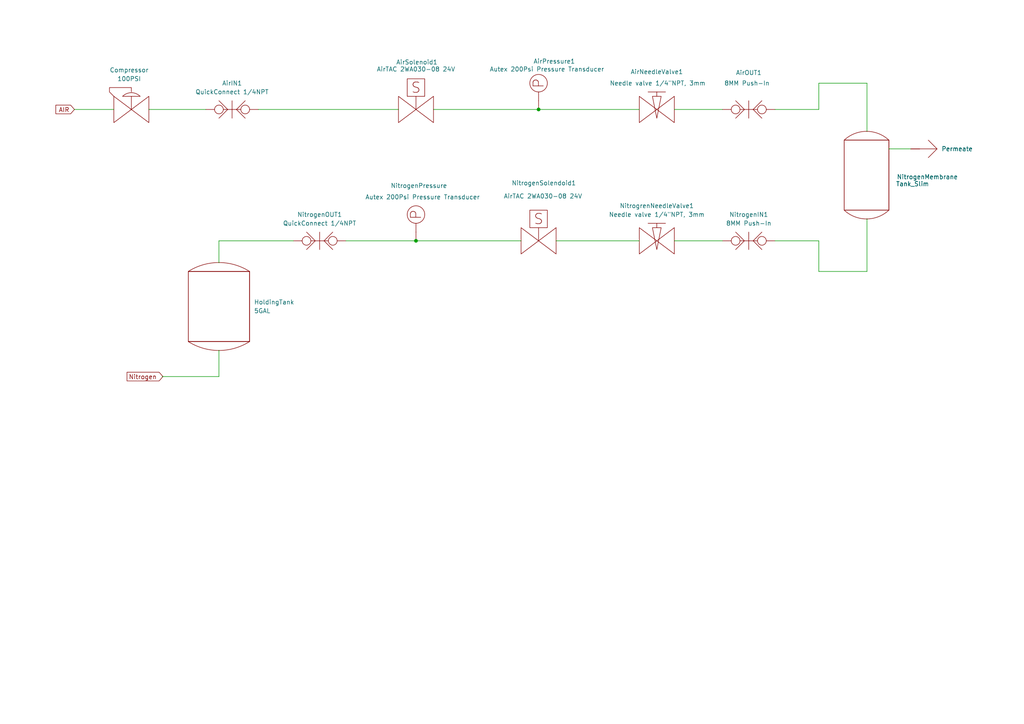
<source format=kicad_sch>
(kicad_sch (version 20250114) (generator "eeschema") (generator_version "9.0")
  (paper "A4")
  (lib_symbols
    (symbol "QuickConnect_1" (pin_numbers (hide yes)) (pin_names (offset 1.016))
      (property "Reference" "QuickConnect" (at 0 -5.08 0))
      (property "Value" "QuickConnect" (at 0 -7.62 0))
      (symbol "QuickConnect_1_0_0"
        (circle (center -3.81 0) (radius 1.27))
        (polyline (pts (xy -1.27 0) (xy -3.81 -2.54)))
        (polyline (pts (xy -1.27 0) (xy -2.54 0)))
        (polyline (pts (xy 0 2.54) (xy 0 -2.54)))
        (polyline (pts (xy 0 0) (xy -1.27 0) (xy -3.81 2.54)))
        (polyline (pts (xy 0 0) (xy 1.27 0) (xy 3.81 2.54)))
        (polyline (pts (xy 1.27 0) (xy 3.81 -2.54)))
        (polyline (pts (xy 2.54 0) (xy 1.27 0)))
        (circle (center 3.81 0) (radius 1.27))
      )
      (symbol "QuickConnect_1_1_1"
        (pin bidirectional line (at -7.62 0 0) (length 2.54) (name "~") (number "~"))
        (pin bidirectional line (at 7.62 0 180) (length 2.54) (name "~") (number "~"))
      )
    )
    (symbol "QuickConnect_2" (pin_numbers (hide yes)) (pin_names (offset 1.016))
      (property "Reference" "QuickConnect" (at 0 -5.08 0))
      (property "Value" "QuickConnect" (at 0 -7.62 0))
      (symbol "QuickConnect_2_0_0"
        (circle (center -3.81 0) (radius 1.27))
        (polyline (pts (xy -1.27 0) (xy -3.81 -2.54)))
        (polyline (pts (xy -1.27 0) (xy -2.54 0)))
        (polyline (pts (xy 0 2.54) (xy 0 -2.54)))
        (polyline (pts (xy 0 0) (xy -1.27 0) (xy -3.81 2.54)))
        (polyline (pts (xy 0 0) (xy 1.27 0) (xy 3.81 2.54)))
        (polyline (pts (xy 1.27 0) (xy 3.81 -2.54)))
        (polyline (pts (xy 2.54 0) (xy 1.27 0)))
        (circle (center 3.81 0) (radius 1.27))
      )
      (symbol "QuickConnect_2_1_1"
        (pin bidirectional line (at -7.62 0 0) (length 2.54) (name "~") (number "~"))
        (pin bidirectional line (at 7.62 0 180) (length 2.54) (name "~") (number "~"))
      )
    )
    (symbol "QuickConnect_3" (pin_numbers (hide yes)) (pin_names (offset 1.016))
      (property "Reference" "QuickConnect" (at 0 -5.08 0))
      (property "Value" "QuickConnect" (at 0 -7.62 0))
      (symbol "QuickConnect_3_0_0"
        (circle (center -3.81 0) (radius 1.27))
        (polyline (pts (xy -1.27 0) (xy -3.81 -2.54)))
        (polyline (pts (xy -1.27 0) (xy -2.54 0)))
        (polyline (pts (xy 0 2.54) (xy 0 -2.54)))
        (polyline (pts (xy 0 0) (xy -1.27 0) (xy -3.81 2.54)))
        (polyline (pts (xy 0 0) (xy 1.27 0) (xy 3.81 2.54)))
        (polyline (pts (xy 1.27 0) (xy 3.81 -2.54)))
        (polyline (pts (xy 2.54 0) (xy 1.27 0)))
        (circle (center 3.81 0) (radius 1.27))
      )
      (symbol "QuickConnect_3_1_1"
        (pin bidirectional line (at -7.62 0 0) (length 2.54) (name "~") (number "~"))
        (pin bidirectional line (at 7.62 0 180) (length 2.54) (name "~") (number "~"))
      )
    )
    (symbol "Valve_Needle_1" (pin_numbers (hide yes)) (pin_names (offset 1.016))
      (property "Reference" "Valve_Needle" (at 0 -5.08 0))
      (symbol "Valve_Needle_1_0_0"
        (polyline (pts (xy -2.54 5.08) (xy 2.54 5.08)))
        (polyline (pts (xy 0 3.81) (xy 0 5.08)))
        (polyline (pts (xy 0 -2.54) (xy -1.27 3.81) (xy 1.27 3.81) (xy 0 -2.54)))
      )
      (symbol "Valve_Needle_1_1_1"
        (polyline (pts (xy 0 0) (xy -5.08 3.81) (xy -5.08 -3.81) (xy 0 0)))
        (polyline (pts (xy 5.08 3.81) (xy 0 0) (xy 5.08 -3.81) (xy 5.08 3.81)))
        (pin bidirectional line (at -5.08 0 0) (length 0) (name "~") (number "~"))
        (pin bidirectional line (at 5.08 0 180) (length 0) (name "~") (number "~"))
      )
    )
    (symbol "Valve_Solenoid_1" (pin_numbers (hide yes)) (pin_names (offset 1.016))
      (property "Reference" "Valve_Solenoid" (at 0.254 -4.318 0))
      (property "Value" "Valve_Solenoid" (at 0.254 -5.588 0))
      (symbol "Valve_Solenoid_1_0_0"
        (rectangle (start -2.54 3.81) (end 2.54 8.89))
        (text "S" (at 0 6.35 0) (effects (font (size 2.9972 2.9972))))
      )
      (symbol "Valve_Solenoid_1_0_1"
        (polyline (pts (xy 0 3.81) (xy 0 0)))
      )
      (symbol "Valve_Solenoid_1_1_1"
        (polyline (pts (xy 0 0) (xy -5.08 3.81) (xy -5.08 -3.81) (xy 0 0)))
        (polyline (pts (xy 5.08 3.81) (xy 0 0) (xy 5.08 -3.81) (xy 5.08 3.81)))
        (pin bidirectional line (at -5.08 0 0) (length 0) (name "~") (number "~"))
        (pin bidirectional line (at 5.08 0 180) (length 0) (name "~") (number "~"))
      )
    )
    (symbol "pnid-lib:PressureRegulator" (pin_numbers (hide yes)) (pin_names (offset 1.016))
      (property "Reference" "PressureRegulator" (at 0 -5.08 0))
      (property "Value" "PressureRegulator" (at 0 -6.35 0))
      (symbol "PressureRegulator_0_0"
        (polyline (pts (xy -5.08 3.81) (xy -6.35 5.08) (xy -6.35 6.35) (xy 0 6.35) (xy 0 5.08)))
        (polyline (pts (xy -2.54 3.81) (xy 2.54 3.81)))
        (arc (start -2.54 3.81) (mid 0 4.8621) (end 2.54 3.81))
        (polyline (pts (xy 0 0) (xy 0 3.81)))
      )
      (symbol "PressureRegulator_1_1"
        (polyline (pts (xy 0 0) (xy -5.08 3.81) (xy -5.08 -3.81) (xy 0 0)))
        (polyline (pts (xy 5.08 3.81) (xy 0 0) (xy 5.08 -3.81) (xy 5.08 3.81)))
        (pin bidirectional line (at -5.08 0 0) (length 0) (name "~") (number "~"))
        (pin bidirectional line (at 5.08 0 180) (length 0) (name "~") (number "~"))
      )
    )
    (symbol "pnid-lib:QuickConnect" (pin_numbers (hide yes)) (pin_names (offset 1.016))
      (property "Reference" "QuickConnect" (at 0 -5.08 0))
      (property "Value" "QuickConnect" (at 0 -7.62 0))
      (symbol "QuickConnect_0_0"
        (circle (center -3.81 0) (radius 1.27))
        (polyline (pts (xy -1.27 0) (xy -3.81 -2.54)))
        (polyline (pts (xy -1.27 0) (xy -2.54 0)))
        (polyline (pts (xy 0 2.54) (xy 0 -2.54)))
        (polyline (pts (xy 0 0) (xy -1.27 0) (xy -3.81 2.54)))
        (polyline (pts (xy 0 0) (xy 1.27 0) (xy 3.81 2.54)))
        (polyline (pts (xy 1.27 0) (xy 3.81 -2.54)))
        (polyline (pts (xy 2.54 0) (xy 1.27 0)))
        (circle (center 3.81 0) (radius 1.27))
      )
      (symbol "QuickConnect_1_1"
        (pin bidirectional line (at -7.62 0 0) (length 2.54) (name "~") (number "~"))
        (pin bidirectional line (at 7.62 0 180) (length 2.54) (name "~") (number "~"))
      )
    )
    (symbol "pnid-lib:Sensor_Pressure" (pin_numbers (hide yes)) (pin_names (offset 1.016))
      (property "Reference" "Sensor_Pressure" (at 6.35 0.762 0))
      (property "Value" "Sensor_Pressure" (at 6.35 -0.762 0))
      (property "Data_Content" " " (at 0 0 0))
      (symbol "Sensor_Pressure_0_0"
        (polyline (pts (xy -5.08 0) (xy -2.54 0)))
        (circle (center 0 0) (radius 2.54))
        (text "P" (at 0 0 0) (effects (font (size 2.9972 2.9972))))
      )
      (symbol "Sensor_Pressure_1_1"
        (pin bidirectional line (at -7.62 0 0) (length 2.54) (name "~") (number "~"))
      )
    )
    (symbol "pnid-lib:Tank" (pin_numbers (hide yes)) (pin_names (offset 1.016))
      (property "Reference" "Tank" (at 0 1.27 0))
      (property "Value" "Tank" (at 0 -1.27 0))
      (symbol "Tank_0_0"
        (polyline (pts (xy 8.89 10.16) (xy 8.89 -10.16)))
      )
      (symbol "Tank_0_1"
        (rectangle (start -8.89 10.16) (end 8.89 -10.16))
        (polyline (pts (xy -8.89 10.16) (xy -8.89 -10.16)))
        (polyline (pts (xy -8.89 10.16) (xy 8.89 10.16)))
        (polyline (pts (xy -8.89 -10.16) (xy 8.89 -10.16)))
        (arc (start 8.89 -10.16) (mid 0 -12.7488) (end -8.89 -10.16))
        (arc (start -8.89 10.16) (mid 0 12.7488) (end 8.89 10.16))
      )
      (symbol "Tank_1_1"
        (pin bidirectional line (at 0 12.7 270) (length 0) (name "~") (number "~"))
        (pin bidirectional line (at 0 -12.7 90) (length 0) (name "~") (number "~"))
      )
    )
    (symbol "pnid-lib:Tank_Slim" (pin_numbers (hide yes)) (pin_names (offset 1.016))
      (property "Reference" "Tank_Slim" (at 0 1.27 0))
      (property "Value" "Tank_Slim" (at 0 -1.27 0))
      (symbol "Tank_Slim_0_0"
        (polyline (pts (xy 6.35 10.16) (xy 6.35 -10.16)))
      )
      (symbol "Tank_Slim_0_1"
        (polyline (pts (xy -6.604 10.16) (xy -6.604 -10.16)))
        (rectangle (start -6.604 -10.16) (end 6.35 10.16))
        (polyline (pts (xy -6.35 10.16) (xy 6.35 10.16)))
        (polyline (pts (xy -6.35 -10.16) (xy 6.35 -10.16)))
        (arc (start -6.604 10.16) (mid -0.127 12.7008) (end 6.35 10.16))
      )
      (symbol "Tank_Slim_1_1"
        (arc (start 6.35 -10.16) (mid -0.127 -12.7008) (end -6.604 -10.16))
        (pin bidirectional line (at 0 12.7 270) (length 0) (name "~") (number "~"))
        (pin bidirectional line (at 0 -12.7 90) (length 0) (name "~") (number "~"))
      )
    )
    (symbol "pnid-lib:Valve_Needle" (pin_numbers (hide yes)) (pin_names (offset 1.016))
      (property "Reference" "Valve_Needle" (at 0 -5.08 0))
      (symbol "Valve_Needle_0_0"
        (polyline (pts (xy -2.54 5.08) (xy 2.54 5.08)))
        (polyline (pts (xy 0 3.81) (xy 0 5.08)))
        (polyline (pts (xy 0 -2.54) (xy -1.27 3.81) (xy 1.27 3.81) (xy 0 -2.54)))
      )
      (symbol "Valve_Needle_1_1"
        (polyline (pts (xy 0 0) (xy -5.08 3.81) (xy -5.08 -3.81) (xy 0 0)))
        (polyline (pts (xy 5.08 3.81) (xy 0 0) (xy 5.08 -3.81) (xy 5.08 3.81)))
        (pin bidirectional line (at -5.08 0 0) (length 0) (name "~") (number "~"))
        (pin bidirectional line (at 5.08 0 180) (length 0) (name "~") (number "~"))
      )
    )
    (symbol "pnid-lib:Valve_Solenoid" (pin_numbers (hide yes)) (pin_names (offset 1.016))
      (property "Reference" "Valve_Solenoid" (at 0.254 -4.318 0))
      (property "Value" "Valve_Solenoid" (at 0.254 -5.588 0))
      (symbol "Valve_Solenoid_0_0"
        (rectangle (start -2.54 3.81) (end 2.54 8.89))
        (text "S" (at 0 6.35 0) (effects (font (size 2.9972 2.9972))))
      )
      (symbol "Valve_Solenoid_0_1"
        (polyline (pts (xy 0 3.81) (xy 0 0)))
      )
      (symbol "Valve_Solenoid_1_1"
        (polyline (pts (xy 0 0) (xy -5.08 3.81) (xy -5.08 -3.81) (xy 0 0)))
        (polyline (pts (xy 5.08 3.81) (xy 0 0) (xy 5.08 -3.81) (xy 5.08 3.81)))
        (pin bidirectional line (at -5.08 0 0) (length 0) (name "~") (number "~"))
        (pin bidirectional line (at 5.08 0 180) (length 0) (name "~") (number "~"))
      )
    )
    (symbol "pnid-lib:Vent" (pin_numbers (hide yes)) (pin_names (offset 1.016))
      (property "Reference" "Vent" (at 2.54 1.27 0))
      (symbol "Vent_0_0"
        (polyline (pts (xy -2.54 2.54) (xy 0 0) (xy -2.54 -2.54)))
        (polyline (pts (xy 0 0) (xy -5.08 0)))
      )
      (symbol "Vent_1_1"
        (pin bidirectional line (at -7.62 0 0) (length 2.54) (name "~") (number "~"))
      )
    )
  )
  (junction (at 120.65 69.85))
  (junction (at 156.21 31.75))
  (wire (pts (xy 195.58 69.85) (xy 209.55 69.85)))
  (wire (pts (xy 100.33 69.85) (xy 120.65 69.85)))
  (wire (pts (xy 161.29 69.85) (xy 185.42 69.85)))
  (wire (pts (xy 63.5 69.85) (xy 85.09 69.85)))
  (wire (pts (xy 156.21 31.75) (xy 185.42 31.75)))
  (wire (pts (xy 46.99 109.22) (xy 63.5 109.22)))
  (wire (pts (xy 21.59 31.75) (xy 33.02 31.75)))
  (wire (pts (xy 63.5 101.6) (xy 63.5 109.22)))
  (wire (pts (xy 237.49 24.13) (xy 251.46 24.13)))
  (wire (pts (xy 224.79 69.85) (xy 237.49 69.85)))
  (wire (pts (xy 237.49 69.85) (xy 237.49 78.74)))
  (wire (pts (xy 43.18 31.75) (xy 59.69 31.75)))
  (wire (pts (xy 74.93 31.75) (xy 115.57 31.75)))
  (wire (pts (xy 224.79 31.75) (xy 237.49 31.75)))
  (wire (pts (xy 251.46 24.13) (xy 251.46 38.1)))
  (wire (pts (xy 195.58 31.75) (xy 209.55 31.75)))
  (wire (pts (xy 237.49 31.75) (xy 237.49 24.13)))
  (wire (pts (xy 63.5 69.85) (xy 63.5 76.2)))
  (wire (pts (xy 125.73 31.75) (xy 156.21 31.75)))
  (wire (pts (xy 251.46 63.5) (xy 251.46 78.74)))
  (wire (pts (xy 257.81 43.18) (xy 264.16 43.18)))
  (wire (pts (xy 237.49 78.74) (xy 251.46 78.74)))
  (wire (pts (xy 120.65 69.85) (xy 151.13 69.85)))
  (global_label "AIR" (shape input) (at 21.59 31.75 180) (property "Intersheetrefs" "${INTERSHEET_REFS}" (effects (hide yes))))
  (global_label "Nitrogen" (shape output) (at 36.83 109.22 0) (property "Intersheetrefs" "${INTERSHEET_REFS}" (effects (hide yes))))
  (symbol (lib_id "pnid-lib:Tank_Slim") (at 251.46 50.8 0) (unit 1)
    (property "Reference" "NitrogenMembrane" (at 260.096 51.308 0) (effects (justify left)))
    (property "Value" "Tank_Slim" (at 259.842 53.34 0) (effects (justify left)))
    (property "Unit" "%" (effects (hide yes)))
    (property "Action_Reference" " " (effects (hide yes)))
    (property "Data_Content" " " (effects (hide yes)))
  )
  (symbol (lib_id "pnid-lib:Tank") (at 63.5 88.9 0) (unit 1)
    (property "Reference" "HoldingTank" (at 73.66 87.6299 0) (effects (justify left)))
    (property "Value" "5GAL" (at 73.66 90.1699 0) (effects (justify left)))
    (property "Unit" "%" (effects (hide yes)))
    (property "Action_Reference" " " (effects (hide yes)))
    (property "Data_Content" " " (effects (hide yes)))
  )
  (symbol (lib_id "pnid-lib:Sensor_Pressure") (at 156.21 24.13 90) (unit 1)
    (property "Reference" "AirPressure1" (at 154.686 17.78 90) (effects (justify right)))
    (property "Value" "Autex 200Psi Pressure Transducer" (at 141.986 20.066 90) (effects (justify right)))
    (property "Unit" "bar" (effects (hide yes)))
    (property "Action_Reference" " " (effects (hide yes)))
    (property "Data_Content" " " (at 160.02 26.6699 90) (effects (justify right)))
  )
  (symbol (lib_id "pnid-lib:Vent") (at 271.78 43.18 0) (unit 1)
    (property "Reference" "Permeate" (at 273.05 43.1799 0) (effects (justify left)))
    (property "Value" "8MM Push-In" (effects (hide yes)))
  )
  (symbol (lib_name "Valve_Needle_1") (lib_id "pnid-lib:Valve_Needle") (at 190.5 69.85 0) (unit 1)
    (property "Reference" "NitrogrenNeedleValve1" (at 190.5 59.69 0))
    (property "Value" "Needle valve 1/4\"NPT, 3mm" (at 190.5 62.23 0))
    (property "Action_Reference" " " (effects (hide yes)))
  )
  (symbol (lib_id "pnid-lib:Valve_Needle") (at 190.5 31.75 0) (unit 1)
    (property "Reference" "AirNeedleValve1" (at 190.5 20.828 0))
    (property "Value" "Needle valve 1/4\"NPT, 3mm" (at 190.754 24.13 0))
    (property "Action_Reference" " " (effects (hide yes)))
  )
  (symbol (lib_name "Valve_Solenoid_1") (lib_id "pnid-lib:Valve_Solenoid") (at 156.21 69.85 0) (unit 1)
    (property "Reference" "NitrogenSolendoid1" (at 157.734 53.086 0))
    (property "Value" "AirTAC 2WA030-08 24V" (at 157.48 56.896 0))
    (property "Unit" "%" (effects (hide yes)))
    (property "Action_Reference" " " (effects (hide yes)))
  )
  (symbol (lib_id "pnid-lib:Sensor_Pressure") (at 120.65 62.23 90) (unit 1)
    (property "Reference" "NitrogenPressure" (at 113.284 53.848 90) (effects (justify right)))
    (property "Value" "Autex 200Psi Pressure Transducer" (at 105.918 57.15 90) (effects (justify right)))
    (property "Unit" "bar" (effects (hide yes)))
    (property "Action_Reference" " " (effects (hide yes)))
    (property "Data_Content" " " (at 124.46 66.0399 90) (effects (justify right)))
  )
  (symbol (lib_name "QuickConnect_1") (lib_id "pnid-lib:QuickConnect") (at 92.71 69.85 0) (unit 1)
    (property "Reference" "NitrogenOUT1" (at 92.71 62.23 0))
    (property "Value" "QuickConnect 1/4NPT" (at 92.71 64.77 0))
  )
  (symbol (lib_id "pnid-lib:Valve_Solenoid") (at 120.65 31.75 0) (unit 1)
    (property "Reference" "AirSolenoid1" (at 120.904 18.034 0))
    (property "Value" "AirTAC 2WA030-08 24V" (at 120.65 20.066 0))
    (property "Unit" "%" (effects (hide yes)))
    (property "Action_Reference" " " (effects (hide yes)))
  )
  (symbol (lib_id "pnid-lib:PressureRegulator") (at 38.1 31.75 0) (unit 1)
    (property "Reference" "Compressor" (at 37.465 20.32 0))
    (property "Value" "100PSI" (at 37.465 22.86 0))
  )
  (symbol (lib_name "QuickConnect_3") (lib_id "pnid-lib:QuickConnect") (at 217.17 69.85 0) (unit 1)
    (property "Reference" "NitrogenIN1" (at 217.17 62.23 0))
    (property "Value" "8MM Push-In" (at 217.17 64.77 0))
  )
  (symbol (lib_id "pnid-lib:QuickConnect") (at 67.31 31.75 0) (unit 1)
    (property "Reference" "AirIN1" (at 67.31 24.13 0))
    (property "Value" "QuickConnect 1/4NPT" (at 67.31 26.67 0))
  )
  (symbol (lib_name "QuickConnect_2") (lib_id "pnid-lib:QuickConnect") (at 217.17 31.75 0) (unit 1)
    (property "Reference" "AirOUT1" (at 217.17 21.082 0))
    (property "Value" "8MM Push-In" (at 216.662 24.13 0))
  )
)
</source>
